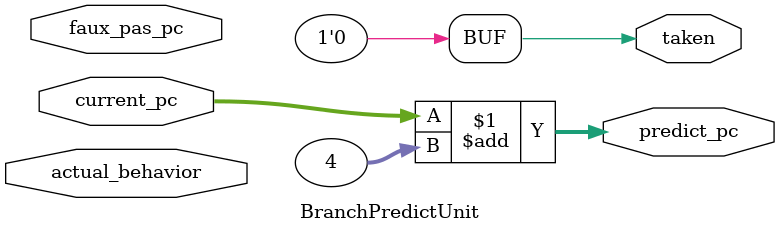
<source format=v>
module BranchPredictUnit(
    input [31:0] current_pc,
    output[31:0] predict_pc,
    output       taken,

    input [31:0] faux_pas_pc,
    input        actual_behavior
);

assign taken = 0;
assign predict_pc = current_pc+4;

endmodule

</source>
